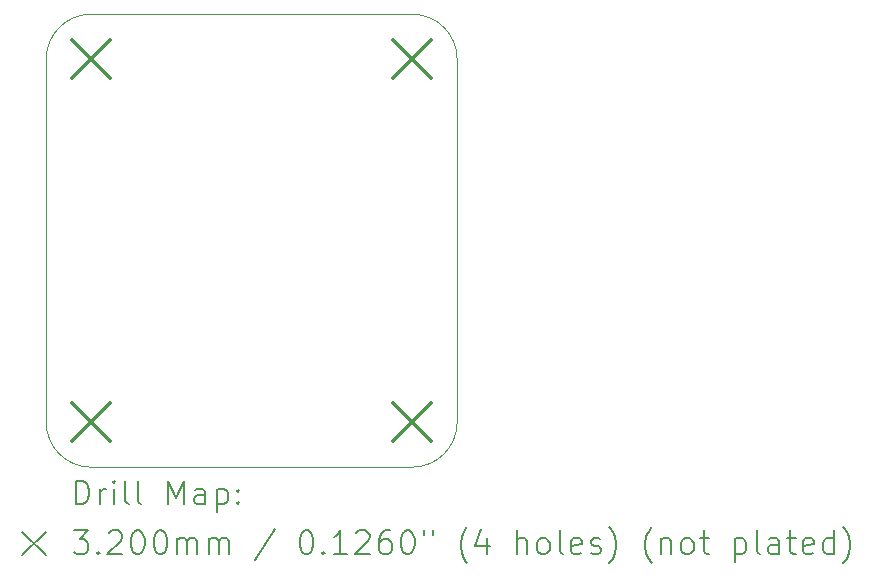
<source format=gbr>
%FSLAX45Y45*%
G04 Gerber Fmt 4.5, Leading zero omitted, Abs format (unit mm)*
G04 Created by KiCad (PCBNEW (6.0.0)) date 2022-11-09 00:12:58*
%MOMM*%
%LPD*%
G01*
G04 APERTURE LIST*
%TA.AperFunction,Profile*%
%ADD10C,0.100000*%
%TD*%
%ADD11C,0.200000*%
%ADD12C,0.320000*%
G04 APERTURE END LIST*
D10*
X15011400Y-10845800D02*
G75*
G03*
X15392400Y-10464800I0J381000D01*
G01*
X11912600Y-10464800D02*
G75*
G03*
X12293600Y-10845800I381000J0D01*
G01*
X12395200Y-10845800D02*
X12293600Y-10845800D01*
X11912600Y-10464800D02*
X11912600Y-7543800D01*
X12293600Y-7010400D02*
G75*
G03*
X11912600Y-7391400I0J-381000D01*
G01*
X15011400Y-10845800D02*
X12395200Y-10845800D01*
X15392400Y-8509000D02*
X15392400Y-9880600D01*
X15392400Y-7391400D02*
X15392400Y-8509000D01*
X15392400Y-9880600D02*
X15392400Y-10464800D01*
X12293600Y-7010400D02*
X15011400Y-7010400D01*
X11912600Y-7543800D02*
X11912600Y-7391400D01*
X15392400Y-7391400D02*
G75*
G03*
X15011400Y-7010400I-381000J0D01*
G01*
D11*
D12*
X12133600Y-7231400D02*
X12453600Y-7551400D01*
X12453600Y-7231400D02*
X12133600Y-7551400D01*
X12133600Y-10304800D02*
X12453600Y-10624800D01*
X12453600Y-10304800D02*
X12133600Y-10624800D01*
X14851400Y-7231400D02*
X15171400Y-7551400D01*
X15171400Y-7231400D02*
X14851400Y-7551400D01*
X14851400Y-10304800D02*
X15171400Y-10624800D01*
X15171400Y-10304800D02*
X14851400Y-10624800D01*
D11*
X12165219Y-11161276D02*
X12165219Y-10961276D01*
X12212838Y-10961276D01*
X12241409Y-10970800D01*
X12260457Y-10989848D01*
X12269981Y-11008895D01*
X12279505Y-11046990D01*
X12279505Y-11075562D01*
X12269981Y-11113657D01*
X12260457Y-11132705D01*
X12241409Y-11151752D01*
X12212838Y-11161276D01*
X12165219Y-11161276D01*
X12365219Y-11161276D02*
X12365219Y-11027943D01*
X12365219Y-11066038D02*
X12374743Y-11046990D01*
X12384267Y-11037467D01*
X12403314Y-11027943D01*
X12422362Y-11027943D01*
X12489028Y-11161276D02*
X12489028Y-11027943D01*
X12489028Y-10961276D02*
X12479505Y-10970800D01*
X12489028Y-10980324D01*
X12498552Y-10970800D01*
X12489028Y-10961276D01*
X12489028Y-10980324D01*
X12612838Y-11161276D02*
X12593790Y-11151752D01*
X12584267Y-11132705D01*
X12584267Y-10961276D01*
X12717600Y-11161276D02*
X12698552Y-11151752D01*
X12689028Y-11132705D01*
X12689028Y-10961276D01*
X12946171Y-11161276D02*
X12946171Y-10961276D01*
X13012838Y-11104133D01*
X13079505Y-10961276D01*
X13079505Y-11161276D01*
X13260457Y-11161276D02*
X13260457Y-11056514D01*
X13250933Y-11037467D01*
X13231886Y-11027943D01*
X13193790Y-11027943D01*
X13174743Y-11037467D01*
X13260457Y-11151752D02*
X13241409Y-11161276D01*
X13193790Y-11161276D01*
X13174743Y-11151752D01*
X13165219Y-11132705D01*
X13165219Y-11113657D01*
X13174743Y-11094610D01*
X13193790Y-11085086D01*
X13241409Y-11085086D01*
X13260457Y-11075562D01*
X13355695Y-11027943D02*
X13355695Y-11227943D01*
X13355695Y-11037467D02*
X13374743Y-11027943D01*
X13412838Y-11027943D01*
X13431886Y-11037467D01*
X13441409Y-11046990D01*
X13450933Y-11066038D01*
X13450933Y-11123181D01*
X13441409Y-11142229D01*
X13431886Y-11151752D01*
X13412838Y-11161276D01*
X13374743Y-11161276D01*
X13355695Y-11151752D01*
X13536648Y-11142229D02*
X13546171Y-11151752D01*
X13536648Y-11161276D01*
X13527124Y-11151752D01*
X13536648Y-11142229D01*
X13536648Y-11161276D01*
X13536648Y-11037467D02*
X13546171Y-11046990D01*
X13536648Y-11056514D01*
X13527124Y-11046990D01*
X13536648Y-11037467D01*
X13536648Y-11056514D01*
X11707600Y-11390800D02*
X11907600Y-11590800D01*
X11907600Y-11390800D02*
X11707600Y-11590800D01*
X12146171Y-11381276D02*
X12269981Y-11381276D01*
X12203314Y-11457467D01*
X12231886Y-11457467D01*
X12250933Y-11466990D01*
X12260457Y-11476514D01*
X12269981Y-11495562D01*
X12269981Y-11543181D01*
X12260457Y-11562228D01*
X12250933Y-11571752D01*
X12231886Y-11581276D01*
X12174743Y-11581276D01*
X12155695Y-11571752D01*
X12146171Y-11562228D01*
X12355695Y-11562228D02*
X12365219Y-11571752D01*
X12355695Y-11581276D01*
X12346171Y-11571752D01*
X12355695Y-11562228D01*
X12355695Y-11581276D01*
X12441409Y-11400324D02*
X12450933Y-11390800D01*
X12469981Y-11381276D01*
X12517600Y-11381276D01*
X12536648Y-11390800D01*
X12546171Y-11400324D01*
X12555695Y-11419371D01*
X12555695Y-11438419D01*
X12546171Y-11466990D01*
X12431886Y-11581276D01*
X12555695Y-11581276D01*
X12679505Y-11381276D02*
X12698552Y-11381276D01*
X12717600Y-11390800D01*
X12727124Y-11400324D01*
X12736648Y-11419371D01*
X12746171Y-11457467D01*
X12746171Y-11505086D01*
X12736648Y-11543181D01*
X12727124Y-11562228D01*
X12717600Y-11571752D01*
X12698552Y-11581276D01*
X12679505Y-11581276D01*
X12660457Y-11571752D01*
X12650933Y-11562228D01*
X12641409Y-11543181D01*
X12631886Y-11505086D01*
X12631886Y-11457467D01*
X12641409Y-11419371D01*
X12650933Y-11400324D01*
X12660457Y-11390800D01*
X12679505Y-11381276D01*
X12869981Y-11381276D02*
X12889028Y-11381276D01*
X12908076Y-11390800D01*
X12917600Y-11400324D01*
X12927124Y-11419371D01*
X12936648Y-11457467D01*
X12936648Y-11505086D01*
X12927124Y-11543181D01*
X12917600Y-11562228D01*
X12908076Y-11571752D01*
X12889028Y-11581276D01*
X12869981Y-11581276D01*
X12850933Y-11571752D01*
X12841409Y-11562228D01*
X12831886Y-11543181D01*
X12822362Y-11505086D01*
X12822362Y-11457467D01*
X12831886Y-11419371D01*
X12841409Y-11400324D01*
X12850933Y-11390800D01*
X12869981Y-11381276D01*
X13022362Y-11581276D02*
X13022362Y-11447943D01*
X13022362Y-11466990D02*
X13031886Y-11457467D01*
X13050933Y-11447943D01*
X13079505Y-11447943D01*
X13098552Y-11457467D01*
X13108076Y-11476514D01*
X13108076Y-11581276D01*
X13108076Y-11476514D02*
X13117600Y-11457467D01*
X13136648Y-11447943D01*
X13165219Y-11447943D01*
X13184267Y-11457467D01*
X13193790Y-11476514D01*
X13193790Y-11581276D01*
X13289028Y-11581276D02*
X13289028Y-11447943D01*
X13289028Y-11466990D02*
X13298552Y-11457467D01*
X13317600Y-11447943D01*
X13346171Y-11447943D01*
X13365219Y-11457467D01*
X13374743Y-11476514D01*
X13374743Y-11581276D01*
X13374743Y-11476514D02*
X13384267Y-11457467D01*
X13403314Y-11447943D01*
X13431886Y-11447943D01*
X13450933Y-11457467D01*
X13460457Y-11476514D01*
X13460457Y-11581276D01*
X13850933Y-11371752D02*
X13679505Y-11628895D01*
X14108076Y-11381276D02*
X14127124Y-11381276D01*
X14146171Y-11390800D01*
X14155695Y-11400324D01*
X14165219Y-11419371D01*
X14174743Y-11457467D01*
X14174743Y-11505086D01*
X14165219Y-11543181D01*
X14155695Y-11562228D01*
X14146171Y-11571752D01*
X14127124Y-11581276D01*
X14108076Y-11581276D01*
X14089028Y-11571752D01*
X14079505Y-11562228D01*
X14069981Y-11543181D01*
X14060457Y-11505086D01*
X14060457Y-11457467D01*
X14069981Y-11419371D01*
X14079505Y-11400324D01*
X14089028Y-11390800D01*
X14108076Y-11381276D01*
X14260457Y-11562228D02*
X14269981Y-11571752D01*
X14260457Y-11581276D01*
X14250933Y-11571752D01*
X14260457Y-11562228D01*
X14260457Y-11581276D01*
X14460457Y-11581276D02*
X14346171Y-11581276D01*
X14403314Y-11581276D02*
X14403314Y-11381276D01*
X14384267Y-11409848D01*
X14365219Y-11428895D01*
X14346171Y-11438419D01*
X14536648Y-11400324D02*
X14546171Y-11390800D01*
X14565219Y-11381276D01*
X14612838Y-11381276D01*
X14631886Y-11390800D01*
X14641409Y-11400324D01*
X14650933Y-11419371D01*
X14650933Y-11438419D01*
X14641409Y-11466990D01*
X14527124Y-11581276D01*
X14650933Y-11581276D01*
X14822362Y-11381276D02*
X14784267Y-11381276D01*
X14765219Y-11390800D01*
X14755695Y-11400324D01*
X14736648Y-11428895D01*
X14727124Y-11466990D01*
X14727124Y-11543181D01*
X14736648Y-11562228D01*
X14746171Y-11571752D01*
X14765219Y-11581276D01*
X14803314Y-11581276D01*
X14822362Y-11571752D01*
X14831886Y-11562228D01*
X14841409Y-11543181D01*
X14841409Y-11495562D01*
X14831886Y-11476514D01*
X14822362Y-11466990D01*
X14803314Y-11457467D01*
X14765219Y-11457467D01*
X14746171Y-11466990D01*
X14736648Y-11476514D01*
X14727124Y-11495562D01*
X14965219Y-11381276D02*
X14984267Y-11381276D01*
X15003314Y-11390800D01*
X15012838Y-11400324D01*
X15022362Y-11419371D01*
X15031886Y-11457467D01*
X15031886Y-11505086D01*
X15022362Y-11543181D01*
X15012838Y-11562228D01*
X15003314Y-11571752D01*
X14984267Y-11581276D01*
X14965219Y-11581276D01*
X14946171Y-11571752D01*
X14936648Y-11562228D01*
X14927124Y-11543181D01*
X14917600Y-11505086D01*
X14917600Y-11457467D01*
X14927124Y-11419371D01*
X14936648Y-11400324D01*
X14946171Y-11390800D01*
X14965219Y-11381276D01*
X15108076Y-11381276D02*
X15108076Y-11419371D01*
X15184267Y-11381276D02*
X15184267Y-11419371D01*
X15479505Y-11657467D02*
X15469981Y-11647943D01*
X15450933Y-11619371D01*
X15441409Y-11600324D01*
X15431886Y-11571752D01*
X15422362Y-11524133D01*
X15422362Y-11486038D01*
X15431886Y-11438419D01*
X15441409Y-11409848D01*
X15450933Y-11390800D01*
X15469981Y-11362228D01*
X15479505Y-11352705D01*
X15641409Y-11447943D02*
X15641409Y-11581276D01*
X15593790Y-11371752D02*
X15546171Y-11514609D01*
X15669981Y-11514609D01*
X15898552Y-11581276D02*
X15898552Y-11381276D01*
X15984267Y-11581276D02*
X15984267Y-11476514D01*
X15974743Y-11457467D01*
X15955695Y-11447943D01*
X15927124Y-11447943D01*
X15908076Y-11457467D01*
X15898552Y-11466990D01*
X16108076Y-11581276D02*
X16089028Y-11571752D01*
X16079505Y-11562228D01*
X16069981Y-11543181D01*
X16069981Y-11486038D01*
X16079505Y-11466990D01*
X16089028Y-11457467D01*
X16108076Y-11447943D01*
X16136648Y-11447943D01*
X16155695Y-11457467D01*
X16165219Y-11466990D01*
X16174743Y-11486038D01*
X16174743Y-11543181D01*
X16165219Y-11562228D01*
X16155695Y-11571752D01*
X16136648Y-11581276D01*
X16108076Y-11581276D01*
X16289028Y-11581276D02*
X16269981Y-11571752D01*
X16260457Y-11552705D01*
X16260457Y-11381276D01*
X16441409Y-11571752D02*
X16422362Y-11581276D01*
X16384267Y-11581276D01*
X16365219Y-11571752D01*
X16355695Y-11552705D01*
X16355695Y-11476514D01*
X16365219Y-11457467D01*
X16384267Y-11447943D01*
X16422362Y-11447943D01*
X16441409Y-11457467D01*
X16450933Y-11476514D01*
X16450933Y-11495562D01*
X16355695Y-11514609D01*
X16527124Y-11571752D02*
X16546171Y-11581276D01*
X16584267Y-11581276D01*
X16603314Y-11571752D01*
X16612838Y-11552705D01*
X16612838Y-11543181D01*
X16603314Y-11524133D01*
X16584267Y-11514609D01*
X16555695Y-11514609D01*
X16536648Y-11505086D01*
X16527124Y-11486038D01*
X16527124Y-11476514D01*
X16536648Y-11457467D01*
X16555695Y-11447943D01*
X16584267Y-11447943D01*
X16603314Y-11457467D01*
X16679505Y-11657467D02*
X16689028Y-11647943D01*
X16708076Y-11619371D01*
X16717600Y-11600324D01*
X16727124Y-11571752D01*
X16736648Y-11524133D01*
X16736648Y-11486038D01*
X16727124Y-11438419D01*
X16717600Y-11409848D01*
X16708076Y-11390800D01*
X16689028Y-11362228D01*
X16679505Y-11352705D01*
X17041410Y-11657467D02*
X17031886Y-11647943D01*
X17012838Y-11619371D01*
X17003314Y-11600324D01*
X16993790Y-11571752D01*
X16984267Y-11524133D01*
X16984267Y-11486038D01*
X16993790Y-11438419D01*
X17003314Y-11409848D01*
X17012838Y-11390800D01*
X17031886Y-11362228D01*
X17041410Y-11352705D01*
X17117600Y-11447943D02*
X17117600Y-11581276D01*
X17117600Y-11466990D02*
X17127124Y-11457467D01*
X17146171Y-11447943D01*
X17174743Y-11447943D01*
X17193790Y-11457467D01*
X17203314Y-11476514D01*
X17203314Y-11581276D01*
X17327124Y-11581276D02*
X17308076Y-11571752D01*
X17298552Y-11562228D01*
X17289029Y-11543181D01*
X17289029Y-11486038D01*
X17298552Y-11466990D01*
X17308076Y-11457467D01*
X17327124Y-11447943D01*
X17355695Y-11447943D01*
X17374743Y-11457467D01*
X17384267Y-11466990D01*
X17393790Y-11486038D01*
X17393790Y-11543181D01*
X17384267Y-11562228D01*
X17374743Y-11571752D01*
X17355695Y-11581276D01*
X17327124Y-11581276D01*
X17450933Y-11447943D02*
X17527124Y-11447943D01*
X17479505Y-11381276D02*
X17479505Y-11552705D01*
X17489029Y-11571752D01*
X17508076Y-11581276D01*
X17527124Y-11581276D01*
X17746171Y-11447943D02*
X17746171Y-11647943D01*
X17746171Y-11457467D02*
X17765219Y-11447943D01*
X17803314Y-11447943D01*
X17822362Y-11457467D01*
X17831886Y-11466990D01*
X17841410Y-11486038D01*
X17841410Y-11543181D01*
X17831886Y-11562228D01*
X17822362Y-11571752D01*
X17803314Y-11581276D01*
X17765219Y-11581276D01*
X17746171Y-11571752D01*
X17955695Y-11581276D02*
X17936648Y-11571752D01*
X17927124Y-11552705D01*
X17927124Y-11381276D01*
X18117600Y-11581276D02*
X18117600Y-11476514D01*
X18108076Y-11457467D01*
X18089029Y-11447943D01*
X18050933Y-11447943D01*
X18031886Y-11457467D01*
X18117600Y-11571752D02*
X18098552Y-11581276D01*
X18050933Y-11581276D01*
X18031886Y-11571752D01*
X18022362Y-11552705D01*
X18022362Y-11533657D01*
X18031886Y-11514609D01*
X18050933Y-11505086D01*
X18098552Y-11505086D01*
X18117600Y-11495562D01*
X18184267Y-11447943D02*
X18260457Y-11447943D01*
X18212838Y-11381276D02*
X18212838Y-11552705D01*
X18222362Y-11571752D01*
X18241410Y-11581276D01*
X18260457Y-11581276D01*
X18403314Y-11571752D02*
X18384267Y-11581276D01*
X18346171Y-11581276D01*
X18327124Y-11571752D01*
X18317600Y-11552705D01*
X18317600Y-11476514D01*
X18327124Y-11457467D01*
X18346171Y-11447943D01*
X18384267Y-11447943D01*
X18403314Y-11457467D01*
X18412838Y-11476514D01*
X18412838Y-11495562D01*
X18317600Y-11514609D01*
X18584267Y-11581276D02*
X18584267Y-11381276D01*
X18584267Y-11571752D02*
X18565219Y-11581276D01*
X18527124Y-11581276D01*
X18508076Y-11571752D01*
X18498552Y-11562228D01*
X18489029Y-11543181D01*
X18489029Y-11486038D01*
X18498552Y-11466990D01*
X18508076Y-11457467D01*
X18527124Y-11447943D01*
X18565219Y-11447943D01*
X18584267Y-11457467D01*
X18660457Y-11657467D02*
X18669981Y-11647943D01*
X18689029Y-11619371D01*
X18698552Y-11600324D01*
X18708076Y-11571752D01*
X18717600Y-11524133D01*
X18717600Y-11486038D01*
X18708076Y-11438419D01*
X18698552Y-11409848D01*
X18689029Y-11390800D01*
X18669981Y-11362228D01*
X18660457Y-11352705D01*
M02*

</source>
